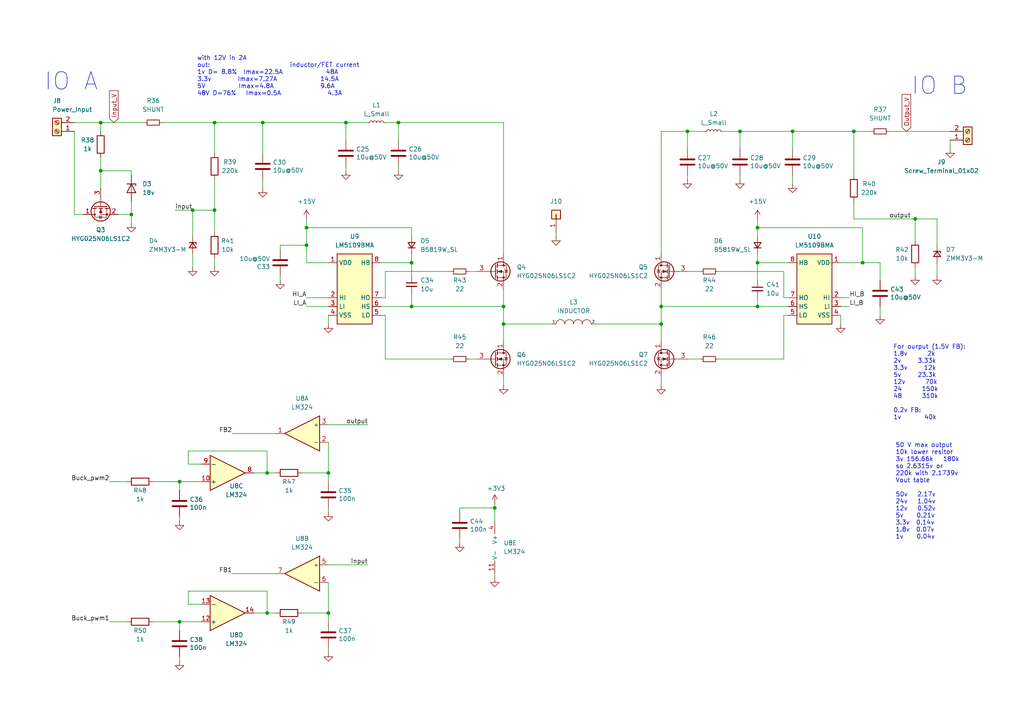
<source format=kicad_sch>
(kicad_sch (version 20211123) (generator eeschema)
  (paper "A4")
  (lib_symbols
    (symbol "Amplifier_Operational:LM324" (pin_names (offset 0.127))
      (property "Reference" "U" (at 0 5.08 0))
      (property "Value" "LM324" (at 0 -5.08 0))
      (symbol "LM324_1_1"
        (polyline (pts (xy -5.08 5.08) (xy 5.08 0) (xy -5.08 -5.08) (xy -5.08 5.08)) (stroke (width 0.254)) (fill (type background)))
        (pin output line (at 7.62 0 180) (length 2.54) (name "~") (number "1"))
        (pin input line (at -7.62 -2.54 0) (length 2.54) (name "-") (number "2"))
        (pin input line (at -7.62 2.54 0) (length 2.54) (name "+") (number "3"))
      )
      (symbol "LM324_2_1"
        (polyline (pts (xy -5.08 5.08) (xy 5.08 0) (xy -5.08 -5.08) (xy -5.08 5.08)) (stroke (width 0.254)) (fill (type background)))
        (pin input line (at -7.62 2.54 0) (length 2.54) (name "+") (number "5"))
        (pin input line (at -7.62 -2.54 0) (length 2.54) (name "-") (number "6"))
        (pin output line (at 7.62 0 180) (length 2.54) (name "~") (number "7"))
      )
      (symbol "LM324_3_1"
        (polyline (pts (xy -5.08 5.08) (xy 5.08 0) (xy -5.08 -5.08) (xy -5.08 5.08)) (stroke (width 0.254)) (fill (type background)))
        (pin input line (at -7.62 2.54 0) (length 2.54) (name "+") (number "10"))
        (pin output line (at 7.62 0 180) (length 2.54) (name "~") (number "8"))
        (pin input line (at -7.62 -2.54 0) (length 2.54) (name "-") (number "9"))
      )
      (symbol "LM324_4_1"
        (polyline (pts (xy -5.08 5.08) (xy 5.08 0) (xy -5.08 -5.08) (xy -5.08 5.08)) (stroke (width 0.254)) (fill (type background)))
        (pin input line (at -7.62 2.54 0) (length 2.54) (name "+") (number "12"))
        (pin input line (at -7.62 -2.54 0) (length 2.54) (name "-") (number "13"))
        (pin output line (at 7.62 0 180) (length 2.54) (name "~") (number "14"))
      )
      (symbol "LM324_5_1"
        (pin power_in line (at -2.54 -7.62 90) (length 3.81) (name "V-") (number "11"))
        (pin power_in line (at -2.54 7.62 270) (length 3.81) (name "V+") (number "4"))
      )
    )
    (symbol "Connector:Screw_Terminal_01x02" (pin_names (offset 1.016) hide)
      (property "Reference" "J" (at 0 2.54 0))
      (property "Value" "Screw_Terminal_01x02" (at 0 -5.08 0))
      (symbol "Screw_Terminal_01x02_1_1"
        (rectangle (start -1.27 1.27) (end 1.27 -3.81) (stroke (width 0.254)) (fill (type background)))
        (circle (center 0 -2.54) (radius 0.635) (stroke (width 0.1524)))
        (polyline (pts (xy -0.5334 -2.2098) (xy 0.3302 -3.048)) (stroke (width 0.1524)))
        (polyline (pts (xy -0.5334 0.3302) (xy 0.3302 -0.508)) (stroke (width 0.1524)))
        (polyline (pts (xy -0.3556 -2.032) (xy 0.508 -2.8702)) (stroke (width 0.1524)))
        (polyline (pts (xy -0.3556 0.508) (xy 0.508 -0.3302)) (stroke (width 0.1524)))
        (circle (center 0 0) (radius 0.635) (stroke (width 0.1524)))
        (pin passive line (at -5.08 0 0) (length 3.81) (name "Pin_1") (number "1"))
        (pin passive line (at -5.08 -2.54 0) (length 3.81) (name "Pin_2") (number "2"))
      )
    )
    (symbol "Connector_Generic:Conn_01x01" (pin_names (offset 1.016) hide)
      (property "Reference" "J" (at 0 2.54 0))
      (property "Value" "Conn_01x01" (at 0 -2.54 0))
      (symbol "Conn_01x01_1_1"
        (rectangle (start -1.27 0.127) (end 0 -0.127) (stroke (width 0.1524)))
        (rectangle (start -1.27 1.27) (end 1.27 -1.27) (stroke (width 0.254)) (fill (type background)))
        (pin passive line (at -5.08 0 0) (length 3.81) (name "Pin_1") (number "1"))
      )
    )
    (symbol "Device:C" (pin_numbers hide) (pin_names (offset 0.254))
      (property "Reference" "C" (at 0.635 2.54 0))
      (property "Value" "C" (at 0.635 -2.54 0))
      (symbol "C_0_1"
        (polyline (pts (xy -2.032 -0.762) (xy 2.032 -0.762)) (stroke (width 0.508)))
        (polyline (pts (xy -2.032 0.762) (xy 2.032 0.762)) (stroke (width 0.508)))
      )
      (symbol "C_1_1"
        (pin passive line (at 0 3.81 270) (length 2.794) (name "~") (number "1"))
        (pin passive line (at 0 -3.81 90) (length 2.794) (name "~") (number "2"))
      )
    )
    (symbol "Device:C_Small" (pin_numbers hide) (pin_names (offset 0.254) hide)
      (property "Reference" "C" (at 0.254 1.778 0))
      (property "Value" "C_Small" (at 0.254 -2.032 0))
      (symbol "C_Small_0_1"
        (polyline (pts (xy -1.524 -0.508) (xy 1.524 -0.508)) (stroke (width 0.3302)))
        (polyline (pts (xy -1.524 0.508) (xy 1.524 0.508)) (stroke (width 0.3048)))
      )
      (symbol "C_Small_1_1"
        (pin passive line (at 0 2.54 270) (length 2.032) (name "~") (number "1"))
        (pin passive line (at 0 -2.54 90) (length 2.032) (name "~") (number "2"))
      )
    )
    (symbol "Device:D_Small" (pin_numbers hide) (pin_names (offset 0.254) hide)
      (property "Reference" "D" (at -1.27 2.032 0))
      (property "Value" "D_Small" (at -3.81 -2.032 0))
      (symbol "D_Small_0_1"
        (polyline (pts (xy -0.762 -1.016) (xy -0.762 1.016)) (stroke (width 0.254)))
        (polyline (pts (xy -0.762 0) (xy 0.762 0)))
        (polyline (pts (xy 0.762 -1.016) (xy -0.762 0) (xy 0.762 1.016) (xy 0.762 -1.016)) (stroke (width 0.254)))
      )
      (symbol "D_Small_1_1"
        (pin passive line (at -2.54 0 0) (length 1.778) (name "K") (number "1"))
        (pin passive line (at 2.54 0 180) (length 1.778) (name "A") (number "2"))
      )
    )
    (symbol "Device:D_Zener" (pin_numbers hide) (pin_names (offset 1.016) hide)
      (property "Reference" "D" (at 0 2.54 0))
      (property "Value" "D_Zener" (at 0 -2.54 0))
      (symbol "D_Zener_0_1"
        (polyline (pts (xy 1.27 0) (xy -1.27 0)))
        (polyline (pts (xy -1.27 -1.27) (xy -1.27 1.27) (xy -0.762 1.27)) (stroke (width 0.254)))
        (polyline (pts (xy 1.27 -1.27) (xy 1.27 1.27) (xy -1.27 0) (xy 1.27 -1.27)) (stroke (width 0.254)))
      )
      (symbol "D_Zener_1_1"
        (pin passive line (at -3.81 0 0) (length 2.54) (name "K") (number "1"))
        (pin passive line (at 3.81 0 180) (length 2.54) (name "A") (number "2"))
      )
    )
    (symbol "Device:D_Zener_Small" (pin_numbers hide) (pin_names (offset 0.254) hide)
      (property "Reference" "D" (at 0 2.286 0))
      (property "Value" "D_Zener_Small" (at 0 -2.286 0))
      (symbol "D_Zener_Small_0_1"
        (polyline (pts (xy 0.762 0) (xy -0.762 0)))
        (polyline (pts (xy -0.254 1.016) (xy -0.762 1.016) (xy -0.762 -1.016)) (stroke (width 0.254)))
        (polyline (pts (xy 0.762 1.016) (xy -0.762 0) (xy 0.762 -1.016) (xy 0.762 1.016)) (stroke (width 0.254)))
      )
      (symbol "D_Zener_Small_1_1"
        (pin passive line (at -2.54 0 0) (length 1.778) (name "K") (number "1"))
        (pin passive line (at 2.54 0 180) (length 1.778) (name "A") (number "2"))
      )
    )
    (symbol "Device:L_Small" (pin_numbers hide) (pin_names (offset 0.254) hide)
      (property "Reference" "L" (at 0.762 1.016 0))
      (property "Value" "L_Small" (at 0.762 -1.016 0))
      (symbol "L_Small_0_1"
        (arc (start 0 -2.032) (mid 0.508 -1.524) (end 0 -1.016))
        (arc (start 0 -1.016) (mid 0.508 -0.508) (end 0 0))
        (arc (start 0 0) (mid 0.508 0.508) (end 0 1.016))
        (arc (start 0 1.016) (mid 0.508 1.524) (end 0 2.032))
      )
      (symbol "L_Small_1_1"
        (pin passive line (at 0 2.54 270) (length 0.508) (name "~") (number "1"))
        (pin passive line (at 0 -2.54 90) (length 0.508) (name "~") (number "2"))
      )
    )
    (symbol "Device:Q_NMOS_DSG" (pin_names (offset 0) hide)
      (property "Reference" "Q" (at 5.08 1.27 0))
      (property "Value" "Q_NMOS_DSG" (at 5.08 -1.27 0))
      (symbol "Q_NMOS_DSG_0_1"
        (polyline (pts (xy 0.254 0) (xy -2.54 0)))
        (polyline (pts (xy 0.254 1.905) (xy 0.254 -1.905)) (stroke (width 0.254)))
        (polyline (pts (xy 0.762 -1.27) (xy 0.762 -2.286)) (stroke (width 0.254)))
        (polyline (pts (xy 0.762 0.508) (xy 0.762 -0.508)) (stroke (width 0.254)))
        (polyline (pts (xy 0.762 2.286) (xy 0.762 1.27)) (stroke (width 0.254)))
        (polyline (pts (xy 2.54 2.54) (xy 2.54 1.778)))
        (polyline (pts (xy 2.54 -2.54) (xy 2.54 0) (xy 0.762 0)))
        (polyline (pts (xy 0.762 -1.778) (xy 3.302 -1.778) (xy 3.302 1.778) (xy 0.762 1.778)))
        (polyline (pts (xy 1.016 0) (xy 2.032 0.381) (xy 2.032 -0.381) (xy 1.016 0)) (fill (type outline)))
        (polyline (pts (xy 2.794 0.508) (xy 2.921 0.381) (xy 3.683 0.381) (xy 3.81 0.254)))
        (polyline (pts (xy 3.302 0.381) (xy 2.921 -0.254) (xy 3.683 -0.254) (xy 3.302 0.381)))
        (circle (center 1.651 0) (radius 2.794) (stroke (width 0.254)))
        (circle (center 2.54 -1.778) (radius 0.254) (fill (type outline)))
        (circle (center 2.54 1.778) (radius 0.254) (fill (type outline)))
      )
      (symbol "Q_NMOS_DSG_1_1"
        (pin passive line (at 2.54 5.08 270) (length 2.54) (name "D") (number "1"))
        (pin passive line (at 2.54 -5.08 90) (length 2.54) (name "S") (number "2"))
        (pin input line (at -5.08 0 0) (length 2.54) (name "G") (number "3"))
      )
    )
    (symbol "Device:R" (pin_numbers hide) (pin_names (offset 0))
      (property "Reference" "R" (at 2.032 0 90))
      (property "Value" "R" (at 0 0 90))
      (symbol "R_0_1"
        (rectangle (start -1.016 -2.54) (end 1.016 2.54) (stroke (width 0.254)))
      )
      (symbol "R_1_1"
        (pin passive line (at 0 3.81 270) (length 1.27) (name "~") (number "1"))
        (pin passive line (at 0 -3.81 90) (length 1.27) (name "~") (number "2"))
      )
    )
    (symbol "Device:R_Small" (pin_numbers hide) (pin_names (offset 0.254) hide)
      (property "Reference" "R" (at 0.762 0.508 0))
      (property "Value" "R_Small" (at 0.762 -1.016 0))
      (symbol "R_Small_0_1"
        (rectangle (start -0.762 1.778) (end 0.762 -1.778) (stroke (width 0.2032)))
      )
      (symbol "R_Small_1_1"
        (pin passive line (at 0 2.54 270) (length 0.762) (name "~") (number "1"))
        (pin passive line (at 0 -2.54 90) (length 0.762) (name "~") (number "2"))
      )
    )
    (symbol "Driver_FET:LM5109BMA"
      (property "Reference" "U" (at 0 13.97 0))
      (property "Value" "LM5109BMA" (at 0 11.43 0))
      (symbol "LM5109BMA_0_1"
        (rectangle (start -5.08 -10.16) (end 5.08 10.16) (stroke (width 0.254)) (fill (type background)))
      )
      (symbol "LM5109BMA_1_1"
        (pin power_in line (at -7.62 7.62 0) (length 2.54) (name "VDD") (number "1"))
        (pin input line (at -7.62 -2.54 0) (length 2.54) (name "HI") (number "2"))
        (pin input line (at -7.62 -5.08 0) (length 2.54) (name "LI") (number "3"))
        (pin power_in line (at -7.62 -7.62 0) (length 2.54) (name "VSS") (number "4"))
        (pin output line (at 7.62 -7.62 180) (length 2.54) (name "LO") (number "5"))
        (pin passive line (at 7.62 -5.08 180) (length 2.54) (name "HS") (number "6"))
        (pin output line (at 7.62 -2.54 180) (length 2.54) (name "HO") (number "7"))
        (pin passive line (at 7.62 7.62 180) (length 2.54) (name "HB") (number "8"))
      )
    )
    (symbol "power:+15V" (power) (pin_names (offset 0))
      (property "Value" "+15V" (at 0 3.556 0))
      (symbol "+15V_0_1"
        (polyline (pts (xy -0.762 1.27) (xy 0 2.54)))
        (polyline (pts (xy 0 0) (xy 0 2.54)))
        (polyline (pts (xy 0 2.54) (xy 0.762 1.27)))
      )
      (symbol "+15V_1_1"
        (pin power_in line (at 0 0 90) (length 0) hide (name "+15V") (number "1"))
      )
    )
    (symbol "power:+3V3" (power) (pin_names (offset 0))
      (property "Value" "+3V3" (at 0 3.556 0))
      (symbol "+3V3_0_1"
        (polyline (pts (xy -0.762 1.27) (xy 0 2.54)))
        (polyline (pts (xy 0 0) (xy 0 2.54)))
        (polyline (pts (xy 0 2.54) (xy 0.762 1.27)))
      )
      (symbol "+3V3_1_1"
        (pin power_in line (at 0 0 90) (length 0) hide (name "+3V3") (number "1"))
      )
    )
    (symbol "power:GND" (power) (pin_names (offset 0))
      (property "Value" "GND" (at 0 -3.81 0))
      (symbol "GND_0_1"
        (polyline (pts (xy 0 0) (xy 0 -1.27) (xy 1.27 -1.27) (xy 0 -2.54) (xy -1.27 -1.27) (xy 0 -1.27)))
      )
      (symbol "GND_1_1"
        (pin power_in line (at 0 0 270) (length 0) hide (name "GND") (number "1"))
      )
    )
    (symbol "pspice:INDUCTOR" (pin_numbers hide) (pin_names (offset 0))
      (property "Reference" "L" (at 0 2.54 0))
      (property "Value" "INDUCTOR" (at 0 -1.27 0))
      (symbol "INDUCTOR_0_1"
        (arc (start -2.54 0) (mid -3.81 1.27) (end -5.08 0))
        (arc (start 0 0) (mid -1.27 1.27) (end -2.54 0))
        (arc (start 2.54 0) (mid 1.27 1.27) (end 0 0))
        (arc (start 5.08 0) (mid 3.81 1.27) (end 2.54 0))
      )
      (symbol "INDUCTOR_1_1"
        (pin input line (at -6.35 0 0) (length 1.27) (name "1") (number "1"))
        (pin input line (at 6.35 0 180) (length 1.27) (name "2") (number "2"))
      )
    )
  )
  (junction (at 29.21 35.56))
  (junction (at 247.65 38.1))
  (junction (at 77.47 177.8))
  (junction (at 191.77 88.9))
  (junction (at 115.57 35.56))
  (junction (at 199.39 38.1))
  (junction (at 146.05 93.98))
  (junction (at 219.71 66.04))
  (junction (at 62.23 35.56))
  (junction (at 143.51 147.32))
  (junction (at 100.33 35.56))
  (junction (at 265.43 63.5))
  (junction (at 146.05 88.9))
  (junction (at 219.71 76.2))
  (junction (at 52.07 139.7))
  (junction (at 214.63 38.1))
  (junction (at 119.38 88.9))
  (junction (at 229.87 38.1))
  (junction (at 62.23 60.96))
  (junction (at 95.25 137.16))
  (junction (at 219.71 88.9))
  (junction (at 77.47 137.16))
  (junction (at 95.25 177.8))
  (junction (at 76.2 35.56))
  (junction (at 88.9 71.12))
  (junction (at 52.07 180.34))
  (junction (at 119.38 76.2))
  (junction (at 191.77 93.98))
  (junction (at 29.21 49.53))
  (junction (at 55.88 60.96))
  (junction (at 88.9 66.04))
  (junction (at 38.1 62.23))
  (junction (at 250.19 76.2))
  (wire (pts (xy 95.25 139.7) (xy 95.25 137.16)))
  (wire (pts (xy 146.05 35.56) (xy 146.05 73.66)))
  (wire (pts (xy 81.28 71.12) (xy 88.9 71.12)))
  (wire (pts (xy 29.21 35.56) (xy 29.21 38.1)))
  (wire (pts (xy 52.07 190.5) (xy 52.07 191.77)))
  (wire (pts (xy 219.71 88.9) (xy 219.71 86.36)))
  (wire (pts (xy 191.77 88.9) (xy 191.77 83.82)))
  (wire (pts (xy 88.9 63.5) (xy 88.9 66.04)))
  (wire (pts (xy 247.65 58.42) (xy 247.65 63.5)))
  (wire (pts (xy 54.61 134.62) (xy 58.42 134.62)))
  (wire (pts (xy 76.2 35.56) (xy 100.33 35.56)))
  (wire (pts (xy 62.23 60.96) (xy 55.88 60.96)))
  (wire (pts (xy 76.2 44.45) (xy 76.2 35.56)))
  (wire (pts (xy 255.27 81.28) (xy 255.27 76.2)))
  (wire (pts (xy 146.05 93.98) (xy 146.05 99.06)))
  (wire (pts (xy 209.55 38.1) (xy 214.63 38.1)))
  (wire (pts (xy 29.21 35.56) (xy 41.91 35.56)))
  (wire (pts (xy 77.47 171.45) (xy 54.61 171.45)))
  (wire (pts (xy 111.76 104.14) (xy 130.81 104.14)))
  (wire (pts (xy 95.25 180.34) (xy 95.25 177.8)))
  (wire (pts (xy 219.71 73.66) (xy 219.71 76.2)))
  (wire (pts (xy 255.27 91.44) (xy 255.27 88.9)))
  (wire (pts (xy 133.35 148.59) (xy 133.35 147.32)))
  (wire (pts (xy 21.59 62.23) (xy 21.59 38.1)))
  (wire (pts (xy 228.6 91.44) (xy 227.33 91.44)))
  (wire (pts (xy 115.57 35.56) (xy 115.57 40.64)))
  (wire (pts (xy 247.65 38.1) (xy 252.73 38.1)))
  (wire (pts (xy 110.49 86.36) (xy 111.76 86.36)))
  (wire (pts (xy 58.42 139.7) (xy 52.07 139.7)))
  (wire (pts (xy 146.05 88.9) (xy 146.05 83.82)))
  (wire (pts (xy 247.65 63.5) (xy 265.43 63.5)))
  (wire (pts (xy 95.25 147.32) (xy 95.25 148.59)))
  (wire (pts (xy 52.07 142.24) (xy 52.07 139.7)))
  (wire (pts (xy 76.2 52.07) (xy 76.2 54.61)))
  (wire (pts (xy 227.33 91.44) (xy 227.33 104.14)))
  (wire (pts (xy 135.89 104.14) (xy 138.43 104.14)))
  (wire (pts (xy 111.76 91.44) (xy 111.76 104.14)))
  (wire (pts (xy 100.33 35.56) (xy 100.33 40.64)))
  (wire (pts (xy 219.71 63.5) (xy 219.71 66.04)))
  (wire (pts (xy 143.51 146.05) (xy 143.51 147.32)))
  (wire (pts (xy 115.57 35.56) (xy 146.05 35.56)))
  (wire (pts (xy 119.38 88.9) (xy 146.05 88.9)))
  (wire (pts (xy 81.28 80.01) (xy 81.28 81.28)))
  (wire (pts (xy 199.39 38.1) (xy 199.39 43.18)))
  (wire (pts (xy 77.47 137.16) (xy 80.01 137.16)))
  (wire (pts (xy 219.71 81.28) (xy 219.71 76.2)))
  (wire (pts (xy 111.76 78.74) (xy 130.81 78.74)))
  (wire (pts (xy 62.23 77.47) (xy 62.23 74.93)))
  (wire (pts (xy 80.01 125.73) (xy 67.31 125.73)))
  (wire (pts (xy 58.42 180.34) (xy 52.07 180.34)))
  (wire (pts (xy 119.38 80.01) (xy 119.38 76.2)))
  (wire (pts (xy 106.68 35.56) (xy 100.33 35.56)))
  (wire (pts (xy 247.65 38.1) (xy 247.65 50.8)))
  (wire (pts (xy 228.6 76.2) (xy 219.71 76.2)))
  (wire (pts (xy 110.49 91.44) (xy 111.76 91.44)))
  (wire (pts (xy 250.19 76.2) (xy 243.84 76.2)))
  (wire (pts (xy 203.2 78.74) (xy 199.39 78.74)))
  (wire (pts (xy 172.72 93.98) (xy 191.77 93.98)))
  (wire (pts (xy 115.57 48.26) (xy 115.57 49.53)))
  (wire (pts (xy 77.47 137.16) (xy 73.66 137.16)))
  (wire (pts (xy 77.47 177.8) (xy 77.47 171.45)))
  (wire (pts (xy 265.43 80.01) (xy 265.43 77.47)))
  (wire (pts (xy 54.61 130.81) (xy 54.61 134.62)))
  (wire (pts (xy 38.1 62.23) (xy 34.29 62.23)))
  (wire (pts (xy 88.9 66.04) (xy 88.9 71.12)))
  (wire (pts (xy 95.25 91.44) (xy 95.25 93.98)))
  (wire (pts (xy 133.35 147.32) (xy 143.51 147.32)))
  (wire (pts (xy 191.77 93.98) (xy 191.77 99.06)))
  (wire (pts (xy 62.23 35.56) (xy 62.23 44.45)))
  (wire (pts (xy 191.77 38.1) (xy 191.77 73.66)))
  (wire (pts (xy 275.59 38.1) (xy 257.81 38.1)))
  (wire (pts (xy 191.77 109.22) (xy 191.77 111.76)))
  (wire (pts (xy 271.78 76.2) (xy 271.78 80.01)))
  (wire (pts (xy 88.9 66.04) (xy 119.38 66.04)))
  (wire (pts (xy 265.43 63.5) (xy 271.78 63.5)))
  (wire (pts (xy 199.39 38.1) (xy 204.47 38.1)))
  (wire (pts (xy 88.9 76.2) (xy 95.25 76.2)))
  (wire (pts (xy 88.9 71.12) (xy 88.9 76.2)))
  (wire (pts (xy 77.47 177.8) (xy 73.66 177.8)))
  (wire (pts (xy 29.21 49.53) (xy 29.21 54.61)))
  (wire (pts (xy 62.23 35.56) (xy 76.2 35.56)))
  (wire (pts (xy 36.83 139.7) (xy 31.75 139.7)))
  (wire (pts (xy 250.19 66.04) (xy 250.19 76.2)))
  (wire (pts (xy 214.63 38.1) (xy 229.87 38.1)))
  (wire (pts (xy 146.05 88.9) (xy 146.05 93.98)))
  (wire (pts (xy 95.25 177.8) (xy 95.25 168.91)))
  (wire (pts (xy 246.38 86.36) (xy 243.84 86.36)))
  (wire (pts (xy 38.1 62.23) (xy 38.1 64.77)))
  (wire (pts (xy 100.33 48.26) (xy 100.33 49.53)))
  (wire (pts (xy 246.38 88.9) (xy 243.84 88.9)))
  (wire (pts (xy 46.99 35.56) (xy 62.23 35.56)))
  (wire (pts (xy 229.87 38.1) (xy 247.65 38.1)))
  (wire (pts (xy 21.59 35.56) (xy 29.21 35.56)))
  (wire (pts (xy 88.9 86.36) (xy 95.25 86.36)))
  (wire (pts (xy 228.6 86.36) (xy 227.33 86.36)))
  (wire (pts (xy 161.29 67.31) (xy 161.29 68.58)))
  (wire (pts (xy 36.83 180.34) (xy 31.75 180.34)))
  (wire (pts (xy 88.9 88.9) (xy 95.25 88.9)))
  (wire (pts (xy 77.47 137.16) (xy 77.47 130.81)))
  (wire (pts (xy 219.71 66.04) (xy 219.71 68.58)))
  (wire (pts (xy 119.38 88.9) (xy 119.38 85.09)))
  (wire (pts (xy 62.23 60.96) (xy 62.23 67.31)))
  (wire (pts (xy 227.33 78.74) (xy 208.28 78.74)))
  (wire (pts (xy 54.61 175.26) (xy 58.42 175.26)))
  (wire (pts (xy 87.63 137.16) (xy 95.25 137.16)))
  (wire (pts (xy 203.2 104.14) (xy 199.39 104.14)))
  (wire (pts (xy 271.78 63.5) (xy 271.78 71.12)))
  (wire (pts (xy 77.47 130.81) (xy 54.61 130.81)))
  (wire (pts (xy 133.35 156.21) (xy 133.35 157.48)))
  (wire (pts (xy 115.57 35.56) (xy 111.76 35.56)))
  (wire (pts (xy 250.19 66.04) (xy 219.71 66.04)))
  (wire (pts (xy 95.25 123.19) (xy 106.68 123.19)))
  (wire (pts (xy 55.88 73.66) (xy 55.88 77.47)))
  (wire (pts (xy 77.47 177.8) (xy 80.01 177.8)))
  (wire (pts (xy 29.21 45.72) (xy 29.21 49.53)))
  (wire (pts (xy 191.77 38.1) (xy 199.39 38.1)))
  (wire (pts (xy 111.76 86.36) (xy 111.76 78.74)))
  (wire (pts (xy 191.77 88.9) (xy 191.77 93.98)))
  (wire (pts (xy 143.51 147.32) (xy 143.51 151.13)))
  (wire (pts (xy 52.07 180.34) (xy 44.45 180.34)))
  (wire (pts (xy 110.49 88.9) (xy 119.38 88.9)))
  (wire (pts (xy 119.38 66.04) (xy 119.38 68.58)))
  (wire (pts (xy 38.1 49.53) (xy 29.21 49.53)))
  (wire (pts (xy 95.25 163.83) (xy 106.68 163.83)))
  (wire (pts (xy 38.1 50.8) (xy 38.1 49.53)))
  (wire (pts (xy 229.87 50.8) (xy 229.87 53.34)))
  (wire (pts (xy 214.63 50.8) (xy 214.63 52.07)))
  (wire (pts (xy 243.84 91.44) (xy 243.84 93.98)))
  (wire (pts (xy 227.33 86.36) (xy 227.33 78.74)))
  (wire (pts (xy 54.61 171.45) (xy 54.61 175.26)))
  (wire (pts (xy 227.33 104.14) (xy 208.28 104.14)))
  (wire (pts (xy 199.39 50.8) (xy 199.39 52.07)))
  (wire (pts (xy 80.01 166.37) (xy 67.31 166.37)))
  (wire (pts (xy 135.89 78.74) (xy 138.43 78.74)))
  (wire (pts (xy 146.05 109.22) (xy 146.05 111.76)))
  (wire (pts (xy 52.07 149.86) (xy 52.07 151.13)))
  (wire (pts (xy 38.1 62.23) (xy 38.1 58.42)))
  (wire (pts (xy 265.43 63.5) (xy 265.43 69.85)))
  (wire (pts (xy 228.6 88.9) (xy 219.71 88.9)))
  (wire (pts (xy 146.05 93.98) (xy 160.02 93.98)))
  (wire (pts (xy 55.88 60.96) (xy 55.88 68.58)))
  (wire (pts (xy 24.13 62.23) (xy 21.59 62.23)))
  (wire (pts (xy 119.38 73.66) (xy 119.38 76.2)))
  (wire (pts (xy 250.19 76.2) (xy 255.27 76.2)))
  (wire (pts (xy 62.23 52.07) (xy 62.23 60.96)))
  (wire (pts (xy 110.49 76.2) (xy 119.38 76.2)))
  (wire (pts (xy 87.63 177.8) (xy 95.25 177.8)))
  (wire (pts (xy 95.25 137.16) (xy 95.25 128.27)))
  (wire (pts (xy 219.71 88.9) (xy 191.77 88.9)))
  (wire (pts (xy 214.63 38.1) (xy 214.63 43.18)))
  (wire (pts (xy 143.51 166.37) (xy 143.51 167.64)))
  (wire (pts (xy 52.07 139.7) (xy 44.45 139.7)))
  (wire (pts (xy 55.88 60.96) (xy 50.8 60.96)))
  (wire (pts (xy 229.87 43.18) (xy 229.87 38.1)))
  (wire (pts (xy 81.28 72.39) (xy 81.28 71.12)))
  (wire (pts (xy 95.25 187.96) (xy 95.25 189.23)))
  (wire (pts (xy 275.59 40.64) (xy 275.59 43.18)))
  (wire (pts (xy 52.07 182.88) (xy 52.07 180.34)))
  (text "IO A" (at 12.7 26.67 0) (effects (font (size 5 5)) (justify left bottom)))
  (text "with 12V in 2A\nout:                        inductor/FET current\n1v D= 8.8%  Imax=22.5A             48A\n3.3v        Imax=7.27A             14.5A\n5V          Imax=4.8A              9.6A                                              \n48V D=76%   Imax=0.5A              4.3A   \n" (at 57.15 27.94 0) (effects (font (size 1.27 1.27)) (justify left bottom)))
  (text "IO B\n" (at 264.16 27.94 0) (effects (font (size 5 5)) (justify left bottom)))
  (text "For ourput (1.5V FB):\n1.8v      2k\n2v     3.33k\n3.3v     12k\n5v     23.3k\n12v      70k\n24      150k\n48      310k\n\n0.2v FB:\n1v       40k" (at 259.08 121.92 0) (effects (font (size 1.27 1.27)) (justify left bottom)))
  (text "50 V max output\n10k lower resitor \n3v 156.66k   180k \nso 2.6315v or \n220k with 2.1739v\nVout table\n\n50v   2.17v\n24v   1.04v\n12v   0.52v\n5v    0.21v\n3.3v  0.14v\n1.8v  0.07v\n1v    0.04v\n\n\n" (at 259.715 160.655 0) (effects (font (size 1.27 1.27)) (justify left bottom)))
  (label "FB1" (at 67.31 166.37 180))
  (label "Buck_pwm2" (at 31.75 139.7 180))
  (label "output" (at 106.68 123.19 180))
  (label "HI_A" (at 88.9 86.36 180))
  (label "HI_B" (at 246.38 86.36 0))
  (label "FB2" (at 67.31 125.73 180))
  (label "input" (at 106.68 163.83 180))
  (label "output" (at 264.16 63.5 180))
  (label "Buck_pwm1" (at 31.75 180.34 180))
  (label "LI_A" (at 88.9 88.9 180))
  (label "LI_B" (at 246.38 88.9 0))
  (label "input" (at 50.8 60.96 0))
  (global_label "Output_V" (shape input) (at 262.89 38.1 90) (property "Intersheet References" "${INTERSHEET_REFS}" (effects hide)))
  (global_label "Input_V" (shape input) (at 33.02 35.56 90) (property "Intersheet References" "${INTERSHEET_REFS}" (effects hide)))
  (symbol (lib_id "Device:Q_NMOS_DSG") (at 194.31 78.74 0) (mirror y) (unit 1)
    (property "Reference" "Q5" (at 187.96 77.4699 0) (effects (justify left)))
    (property "Value" "HYG025N06LS1C2" (at 187.96 80.0099 0) (effects (justify left)))
    (property "Footprint" "Z_mycustom_footprint_lib:DFN-8_(5x6)" (effects hide))
    (property "Datasheet" "https://datasheet.lcsc.com/lcsc/2105242011_HUAYI-HYG025N06LS1C2_C2827231.pdf" (effects hide))
    (property "LCSC" "C2827231" (effects hide))
  )
  (symbol (lib_id "power:GND") (at 95.25 148.59 0) (mirror y) (unit 1)
    (property "Reference" "#PWR090" (effects hide))
    (property "Value" "GND" (effects hide))
  )
  (symbol (lib_id "Device:C") (at 229.87 46.99 0) (unit 1)
    (property "Reference" "C29" (at 232.791 45.8216 0) (effects (justify left)))
    (property "Value" "10u@50V" (at 232.791 48.133 0) (effects (justify left)))
    (property "Footprint" "Capacitor_SMD:C_0805_2012Metric" (effects hide))
    (property "LCSC" "C440198" (effects hide))
  )
  (symbol (lib_id "power:GND") (at 100.33 49.53 0) (unit 1)
    (property "Reference" "#PWR070" (effects hide))
    (property "Value" "GND" (effects hide))
  )
  (symbol (lib_id "Device:C_Small") (at 119.38 82.55 0) (unit 1)
    (property "Reference" "C34" (at 121.92 81.2862 0) (effects (justify left)))
    (property "Value" "10u" (at 121.92 83.8262 0) (effects (justify left)))
    (property "Footprint" "Capacitor_SMD:C_0603_1608Metric" (effects hide))
    (property "LCSC" "C96446" (effects hide))
  )
  (symbol (lib_id "Amplifier_Operational:LM324") (at 66.04 177.8 0) (mirror x) (unit 4)
    (property "Reference" "U8" (at 68.58 184.15 0))
    (property "Value" "LM324" (at 68.58 186.69 0))
    (property "Footprint" "Package_SO:SOIC-14_3.9x8.7mm_P1.27mm" (effects hide))
    (property "Datasheet" "http://www.ti.com/lit/ds/symlink/lm2902-n.pdf" (effects hide))
  )
  (symbol (lib_id "Amplifier_Operational:LM324") (at 146.05 158.75 0) (unit 5)
    (property "Reference" "U8" (at 146.05 157.4799 0) (effects (justify left)))
    (property "Value" "LM324" (at 146.05 160.0199 0) (effects (justify left)))
    (property "Footprint" "Package_SO:SOIC-14_3.9x8.7mm_P1.27mm" (effects hide))
    (property "Datasheet" "http://www.ti.com/lit/ds/symlink/lm2902-n.pdf" (effects hide))
  )
  (symbol (lib_id "Device:C") (at 100.33 44.45 0) (unit 1)
    (property "Reference" "C25" (at 103.251 43.2816 0) (effects (justify left)))
    (property "Value" "10u@50V" (at 103.251 45.593 0) (effects (justify left)))
    (property "Footprint" "Capacitor_SMD:C_0805_2012Metric" (effects hide))
    (property "LCSC" "C440198" (effects hide))
  )
  (symbol (lib_id "power:GND") (at 265.43 80.01 0) (unit 1)
    (property "Reference" "#PWR083" (effects hide))
    (property "Value" "GND" (effects hide))
  )
  (symbol (lib_id "Device:Q_NMOS_DSG") (at 143.51 104.14 0) (unit 1)
    (property "Reference" "Q6" (at 149.86 102.8699 0) (effects (justify left)))
    (property "Value" "HYG025N06LS1C2" (at 149.86 105.4099 0) (effects (justify left)))
    (property "Footprint" "Z_mycustom_footprint_lib:DFN-8_(5x6)" (effects hide))
    (property "Datasheet" "https://datasheet.lcsc.com/lcsc/2105242011_HUAYI-HYG025N06LS1C2_C2827231.pdf" (effects hide))
    (property "LCSC" "C2827231" (effects hide))
  )
  (symbol (lib_id "power:GND") (at 146.05 111.76 0) (unit 1)
    (property "Reference" "#PWR088" (effects hide))
    (property "Value" "GND" (effects hide))
  )
  (symbol (lib_id "Device:C") (at 81.28 76.2 180) (unit 1)
    (property "Reference" "C33" (at 78.359 77.3684 0) (effects (justify left)))
    (property "Value" "10u@50V" (at 78.359 75.057 0) (effects (justify left)))
    (property "Footprint" "Capacitor_SMD:C_0805_2012Metric" (effects hide))
    (property "LCSC" "C440198" (effects hide))
  )
  (symbol (lib_id "Device:Q_NMOS_DSG") (at 29.21 59.69 90) (mirror x) (unit 1)
    (property "Reference" "Q3" (at 29.21 66.675 90))
    (property "Value" "HYG025N06LS1C2" (at 29.21 69.215 90))
    (property "Footprint" "Z_mycustom_footprint_lib:DFN-8_(5x6)" (effects hide))
    (property "Datasheet" "https://datasheet.lcsc.com/lcsc/2105242011_HUAYI-HYG025N06LS1C2_C2827231.pdf" (effects hide))
    (property "LCSC" "C2827231" (effects hide))
  )
  (symbol (lib_id "Device:D_Zener_Small") (at 271.78 73.66 270) (unit 1)
    (property "Reference" "D7" (at 274.32 72.3899 90) (effects (justify left)))
    (property "Value" "ZMM3V3-M" (at 274.32 74.9299 90) (effects (justify left)))
    (property "Footprint" "Diode_SMD:D_MiniMELF" (effects hide))
    (property "LCSC" "C8056" (effects hide))
  )
  (symbol (lib_id "Device:R") (at 247.65 54.61 0) (mirror x) (unit 1)
    (property "Reference" "R40" (at 252.095 53.34 0))
    (property "Value" "220k" (at 252.095 55.88 0))
    (property "Footprint" "Resistor_SMD:R_0603_1608Metric" (effects hide))
    (property "LCSC" "C22961" (effects hide))
  )
  (symbol (lib_id "Device:R_Small") (at 133.35 78.74 90) (unit 1)
    (property "Reference" "R43" (at 133.35 81.28 90))
    (property "Value" "22" (at 133.35 83.82 90))
    (property "Footprint" "Resistor_SMD:R_0603_1608Metric" (effects hide))
    (property "LCSC" "C23345" (effects hide))
  )
  (symbol (lib_id "power:GND") (at 95.25 93.98 0) (unit 1)
    (property "Reference" "#PWR086" (effects hide))
    (property "Value" "GND" (effects hide))
  )
  (symbol (lib_id "Device:R") (at 40.64 139.7 270) (mirror x) (unit 1)
    (property "Reference" "R48" (at 40.64 142.24 90))
    (property "Value" "1k" (at 40.64 144.78 90))
    (property "Footprint" "Resistor_SMD:R_0603_1608Metric" (effects hide))
    (property "LCSC" "C21190" (effects hide))
  )
  (symbol (lib_id "Device:C") (at 95.25 184.15 0) (unit 1)
    (property "Reference" "C37" (at 98.171 182.9816 0) (effects (justify left)))
    (property "Value" "100n" (at 98.171 185.293 0) (effects (justify left)))
    (property "Footprint" "Capacitor_SMD:C_0603_1608Metric" (effects hide))
    (property "Datasheet" "https://jlcpcb.com/partdetail/Yageo-CC0603KRX7R9BB104/C14663" (effects hide))
    (property "LCSC" "C14663" (effects hide))
  )
  (symbol (lib_id "power:GND") (at 95.25 189.23 0) (mirror y) (unit 1)
    (property "Reference" "#PWR092" (effects hide))
    (property "Value" "GND" (effects hide))
  )
  (symbol (lib_id "power:GND") (at 191.77 111.76 0) (mirror y) (unit 1)
    (property "Reference" "#PWR089" (effects hide))
    (property "Value" "GND" (effects hide))
  )
  (symbol (lib_id "Device:C") (at 115.57 44.45 0) (unit 1)
    (property "Reference" "C26" (at 118.491 43.2816 0) (effects (justify left)))
    (property "Value" "10u@50V" (at 118.491 45.593 0) (effects (justify left)))
    (property "Footprint" "Capacitor_SMD:C_0805_2012Metric" (effects hide))
    (property "LCSC" "C440198" (effects hide))
  )
  (symbol (lib_id "Device:C") (at 199.39 46.99 0) (unit 1)
    (property "Reference" "C27" (at 202.311 45.8216 0) (effects (justify left)))
    (property "Value" "10u@50V" (at 202.311 48.133 0) (effects (justify left)))
    (property "Footprint" "Capacitor_SMD:C_0805_2012Metric" (effects hide))
    (property "LCSC" "C440198" (effects hide))
  )
  (symbol (lib_id "Device:R_Small") (at 205.74 78.74 90) (unit 1)
    (property "Reference" "R44" (at 205.74 81.28 90))
    (property "Value" "22" (at 205.74 83.82 90))
    (property "Footprint" "Resistor_SMD:R_0603_1608Metric" (effects hide))
    (property "LCSC" "C23345" (effects hide))
  )
  (symbol (lib_id "Connector:Screw_Terminal_01x02") (at 280.67 40.64 0) (mirror x) (unit 1)
    (property "Reference" "J9" (at 273.05 46.99 0))
    (property "Value" "Screw_Terminal_01x02" (at 273.05 49.53 0))
    (property "Footprint" "TerminalBlock:TerminalBlock_Altech_AK300-2_P5.00mm" (effects hide))
  )
  (symbol (lib_id "Device:L_Small") (at 207.01 38.1 90) (unit 1)
    (property "Reference" "L2" (at 207.01 33.02 90))
    (property "Value" "L_Small" (at 207.01 35.56 90))
  )
  (symbol (lib_id "Device:R_Small") (at 255.27 38.1 90) (unit 1)
    (property "Reference" "R37" (at 255.27 31.75 90))
    (property "Value" "SHUNT" (at 255.27 34.29 90))
  )
  (symbol (lib_id "power:GND") (at 243.84 93.98 0) (mirror y) (unit 1)
    (property "Reference" "#PWR087" (effects hide))
    (property "Value" "GND" (effects hide))
  )
  (symbol (lib_id "Device:C") (at 255.27 85.09 0) (unit 1)
    (property "Reference" "C43" (at 258.191 83.9216 0) (effects (justify left)))
    (property "Value" "10u@50V" (at 258.191 86.233 0) (effects (justify left)))
    (property "Footprint" "Capacitor_SMD:C_0805_2012Metric" (effects hide))
    (property "LCSC" "C440198" (effects hide))
  )
  (symbol (lib_id "power:GND") (at 52.07 151.13 0) (mirror y) (unit 1)
    (property "Reference" "#PWR091" (effects hide))
    (property "Value" "GND" (effects hide))
  )
  (symbol (lib_id "Amplifier_Operational:LM324") (at 87.63 166.37 0) (mirror y) (unit 2)
    (property "Reference" "U8" (at 87.63 156.21 0))
    (property "Value" "LM324" (at 87.63 158.75 0))
    (property "Footprint" "Package_SO:SOIC-14_3.9x8.7mm_P1.27mm" (effects hide))
    (property "Datasheet" "http://www.ti.com/lit/ds/symlink/lm2902-n.pdf" (effects hide))
  )
  (symbol (lib_id "Device:R") (at 29.21 41.91 0) (mirror x) (unit 1)
    (property "Reference" "R38" (at 25.4 40.64 0))
    (property "Value" "1k" (at 25.4 43.18 0))
    (property "Footprint" "Resistor_SMD:R_0603_1608Metric" (effects hide))
    (property "LCSC" "C21190" (effects hide))
  )
  (symbol (lib_id "power:GND") (at 62.23 77.47 0) (mirror y) (unit 1)
    (property "Reference" "#PWR081" (effects hide))
    (property "Value" "GND" (effects hide))
  )
  (symbol (lib_id "Device:C") (at 76.2 48.26 0) (unit 1)
    (property "Reference" "C30" (at 79.121 47.0916 0) (effects (justify left)))
    (property "Value" "10u@50V" (at 79.121 49.403 0) (effects (justify left)))
    (property "Footprint" "Capacitor_SMD:C_0805_2012Metric" (effects hide))
    (property "LCSC" "C440198" (effects hide))
  )
  (symbol (lib_id "Device:C") (at 52.07 186.69 0) (unit 1)
    (property "Reference" "C38" (at 54.991 185.5216 0) (effects (justify left)))
    (property "Value" "100n" (at 54.991 187.833 0) (effects (justify left)))
    (property "Footprint" "Capacitor_SMD:C_0603_1608Metric" (effects hide))
    (property "Datasheet" "https://jlcpcb.com/partdetail/Yageo-CC0603KRX7R9BB104/C14663" (effects hide))
    (property "LCSC" "C14663" (effects hide))
  )
  (symbol (lib_id "power:GND") (at 229.87 53.34 0) (unit 1)
    (property "Reference" "#PWR074" (effects hide))
    (property "Value" "GND" (effects hide))
  )
  (symbol (lib_id "Connector:Screw_Terminal_01x02") (at 16.51 38.1 180) (unit 1)
    (property "Reference" "J8" (at 16.51 29.21 0))
    (property "Value" "Power_Input" (at 20.955 31.75 0))
    (property "Footprint" "TerminalBlock:TerminalBlock_Altech_AK300-2_P5.00mm" (effects hide))
  )
  (symbol (lib_id "power:GND") (at 271.78 80.01 0) (unit 1)
    (property "Reference" "#PWR084" (effects hide))
    (property "Value" "GND" (effects hide))
  )
  (symbol (lib_id "power:GND") (at 38.1 64.77 0) (unit 1)
    (property "Reference" "#PWR078" (effects hide))
    (property "Value" "GND" (effects hide))
  )
  (symbol (lib_id "power:GND") (at 255.27 91.44 0) (mirror y) (unit 1)
    (property "Reference" "#PWR085" (effects hide))
    (property "Value" "GND" (effects hide))
  )
  (symbol (lib_id "power:GND") (at 161.29 68.58 0) (unit 1)
    (property "Reference" "#PWR079" (effects hide))
    (property "Value" "GND" (effects hide))
  )
  (symbol (lib_id "Amplifier_Operational:LM324") (at 87.63 125.73 0) (mirror y) (unit 1)
    (property "Reference" "U8" (at 87.63 115.57 0))
    (property "Value" "LM324" (at 87.63 118.11 0))
    (property "Footprint" "Package_SO:SOIC-14_3.9x8.7mm_P1.27mm" (effects hide))
    (property "Datasheet" "http://www.ti.com/lit/ds/symlink/lm2902-n.pdf" (effects hide))
  )
  (symbol (lib_id "power:GND") (at 115.57 49.53 0) (unit 1)
    (property "Reference" "#PWR071" (effects hide))
    (property "Value" "GND" (effects hide))
  )
  (symbol (lib_id "power:+15V") (at 219.71 63.5 0) (mirror y) (unit 1)
    (property "Reference" "#PWR077" (effects hide))
    (property "Value" "+15V" (at 219.71 58.42 0))
  )
  (symbol (lib_id "Device:R_Small") (at 133.35 104.14 90) (unit 1)
    (property "Reference" "R45" (at 133.35 97.79 90))
    (property "Value" "22" (at 133.35 100.33 90))
    (property "Footprint" "Resistor_SMD:R_0603_1608Metric" (effects hide))
    (property "LCSC" "C23345" (effects hide))
  )
  (symbol (lib_id "Device:D_Small") (at 219.71 71.12 90) (unit 1)
    (property "Reference" "D6" (at 207.01 69.85 90) (effects (justify right)))
    (property "Value" "B5819W_SL" (at 207.01 72.39 90) (effects (justify right)))
    (property "Footprint" "Diode_SMD:D_SOD-123" (effects hide))
    (property "LCSC" "C8598" (effects hide))
  )
  (symbol (lib_id "Device:D_Zener") (at 38.1 54.61 270) (unit 1)
    (property "Reference" "D3" (at 41.275 53.3399 90) (effects (justify left)))
    (property "Value" "18v" (at 41.275 55.8799 90) (effects (justify left)))
    (property "Footprint" "Diode_THT:D_5KPW_P7.62mm_Vertical_AnodeUp" (effects hide))
  )
  (symbol (lib_id "Device:R") (at 62.23 48.26 0) (mirror x) (unit 1)
    (property "Reference" "R39" (at 66.675 46.99 0))
    (property "Value" "220k" (at 66.675 49.53 0))
    (property "Footprint" "Resistor_SMD:R_0603_1608Metric" (effects hide))
    (property "LCSC" "C22961" (effects hide))
  )
  (symbol (lib_id "Device:D_Small") (at 119.38 71.12 90) (unit 1)
    (property "Reference" "D5" (at 121.92 69.8499 90) (effects (justify right)))
    (property "Value" "B5819W_SL" (at 121.92 72.3899 90) (effects (justify right)))
    (property "Footprint" "Diode_SMD:D_SOD-123" (effects hide))
    (property "LCSC" "C8598" (effects hide))
  )
  (symbol (lib_id "Device:L_Small") (at 109.22 35.56 90) (unit 1)
    (property "Reference" "L1" (at 109.22 30.48 90))
    (property "Value" "L_Small" (at 109.22 33.02 90))
  )
  (symbol (lib_id "power:GND") (at 76.2 54.61 0) (unit 1)
    (property "Reference" "#PWR075" (effects hide))
    (property "Value" "GND" (effects hide))
  )
  (symbol (lib_id "Amplifier_Operational:LM324") (at 66.04 137.16 0) (mirror x) (unit 3)
    (property "Reference" "U8" (at 68.58 140.97 0))
    (property "Value" "LM324" (at 68.58 143.51 0))
    (property "Footprint" "Package_SO:SOIC-14_3.9x8.7mm_P1.27mm" (effects hide))
    (property "Datasheet" "http://www.ti.com/lit/ds/symlink/lm2902-n.pdf" (effects hide))
  )
  (symbol (lib_id "Device:R") (at 62.23 71.12 0) (mirror y) (unit 1)
    (property "Reference" "R41" (at 66.04 69.85 0))
    (property "Value" "10k" (at 66.04 72.39 0))
    (property "Footprint" "Resistor_SMD:R_0603_1608Metric" (effects hide))
    (property "LCSC" "C25804" (effects hide))
  )
  (symbol (lib_id "power:GND") (at 55.88 77.47 0) (mirror y) (unit 1)
    (property "Reference" "#PWR080" (effects hide))
    (property "Value" "GND" (effects hide))
  )
  (symbol (lib_id "Device:C") (at 133.35 152.4 0) (unit 1)
    (property "Reference" "C44" (at 136.271 151.2316 0) (effects (justify left)))
    (property "Value" "100n" (at 136.271 153.543 0) (effects (justify left)))
    (property "Footprint" "Capacitor_SMD:C_0603_1608Metric" (effects hide))
    (property "Datasheet" "https://jlcpcb.com/partdetail/Yageo-CC0603KRX7R9BB104/C14663" (effects hide))
    (property "LCSC" "C14663" (effects hide))
  )
  (symbol (lib_id "Driver_FET:LM5109BMA") (at 102.87 83.82 0) (unit 1)
    (property "Reference" "U9" (at 102.87 68.58 0))
    (property "Value" "LM5109BMA" (at 102.87 71.12 0))
    (property "Footprint" "Package_SO:SOIC-8_3.9x4.9mm_P1.27mm" (effects hide))
    (property "Datasheet" "http://www.ti.com/lit/ds/symlink/lm5109b.pdf" (effects hide))
    (property "LCSC" "C116862" (effects hide))
  )
  (symbol (lib_id "power:GND") (at 143.51 167.64 0) (unit 1)
    (property "Reference" "#PWR0117" (effects hide))
    (property "Value" "GND" (effects hide))
  )
  (symbol (lib_id "power:GND") (at 81.28 81.28 0) (unit 1)
    (property "Reference" "#PWR082" (effects hide))
    (property "Value" "GND" (effects hide))
  )
  (symbol (lib_id "power:+15V") (at 88.9 63.5 0) (unit 1)
    (property "Reference" "#PWR076" (effects hide))
    (property "Value" "+15V" (at 88.9 58.42 0))
  )
  (symbol (lib_id "Device:Q_NMOS_DSG") (at 194.31 104.14 0) (mirror y) (unit 1)
    (property "Reference" "Q7" (at 187.96 102.8699 0) (effects (justify left)))
    (property "Value" "HYG025N06LS1C2" (at 187.96 105.4099 0) (effects (justify left)))
    (property "Footprint" "Z_mycustom_footprint_lib:DFN-8_(5x6)" (effects hide))
    (property "Datasheet" "https://datasheet.lcsc.com/lcsc/2105242011_HUAYI-HYG025N06LS1C2_C2827231.pdf" (effects hide))
    (property "LCSC" "C2827231" (effects hide))
  )
  (symbol (lib_id "Device:R") (at 40.64 180.34 270) (mirror x) (unit 1)
    (property "Reference" "R50" (at 40.64 182.88 90))
    (property "Value" "1k" (at 40.64 185.42 90))
    (property "Footprint" "Resistor_SMD:R_0603_1608Metric" (effects hide))
    (property "LCSC" "C21190" (effects hide))
  )
  (symbol (lib_id "power:GND") (at 275.59 43.18 0) (mirror y) (unit 1)
    (property "Reference" "#PWR069" (effects hide))
    (property "Value" "GND" (effects hide))
  )
  (symbol (lib_id "Connector_Generic:Conn_01x01") (at 161.29 62.23 90) (unit 1) (in_bom no)
    (property "Reference" "J10" (at 161.29 58.42 90))
    (property "Value" "Conn_01x01" (effects hide))
    (property "Footprint" "Connector_PinSocket_2.54mm:PinSocket_1x01_P2.54mm_Vertical" (effects hide))
  )
  (symbol (lib_id "Driver_FET:LM5109BMA") (at 236.22 83.82 0) (mirror y) (unit 1)
    (property "Reference" "U10" (at 236.22 68.58 0))
    (property "Value" "LM5109BMA" (at 236.22 71.12 0))
    (property "Footprint" "Package_SO:SOIC-8_3.9x4.9mm_P1.27mm" (effects hide))
    (property "Datasheet" "http://www.ti.com/lit/ds/symlink/lm5109b.pdf" (effects hide))
    (property "LCSC" "C116862" (effects hide))
  )
  (symbol (lib_id "Device:C") (at 52.07 146.05 0) (unit 1)
    (property "Reference" "C36" (at 54.991 144.8816 0) (effects (justify left)))
    (property "Value" "100n" (at 54.991 147.193 0) (effects (justify left)))
    (property "Footprint" "Capacitor_SMD:C_0603_1608Metric" (effects hide))
    (property "Datasheet" "https://jlcpcb.com/partdetail/Yageo-CC0603KRX7R9BB104/C14663" (effects hide))
    (property "LCSC" "C14663" (effects hide))
  )
  (symbol (lib_id "Device:C") (at 95.25 143.51 0) (unit 1)
    (property "Reference" "C35" (at 98.171 142.3416 0) (effects (justify left)))
    (property "Value" "100n" (at 98.171 144.653 0) (effects (justify left)))
    (property "Footprint" "Capacitor_SMD:C_0603_1608Metric" (effects hide))
    (property "Datasheet" "https://jlcpcb.com/partdetail/Yageo-CC0603KRX7R9BB104/C14663" (effects hide))
    (property "LCSC" "C14663" (effects hide))
  )
  (symbol (lib_id "Device:R") (at 265.43 73.66 0) (mirror x) (unit 1)
    (property "Reference" "R42" (at 261.62 72.39 0))
    (property "Value" "10k" (at 261.62 74.93 0))
    (property "Footprint" "Resistor_SMD:R_0603_1608Metric" (effects hide))
    (property "LCSC" "C25804" (effects hide))
  )
  (symbol (lib_id "pspice:INDUCTOR") (at 166.37 93.98 0) (unit 1)
    (property "Reference" "L3" (at 166.37 87.63 0))
    (property "Value" "INDUCTOR" (at 166.37 90.17 0))
  )
  (symbol (lib_id "Device:D_Zener_Small") (at 55.88 71.12 270) (unit 1)
    (property "Reference" "D4" (at 43.18 69.85 90) (effects (justify left)))
    (property "Value" "ZMM3V3-M" (at 43.18 72.39 90) (effects (justify left)))
    (property "Footprint" "Diode_SMD:D_MiniMELF" (effects hide))
    (property "LCSC" "C8056" (effects hide))
  )
  (symbol (lib_id "Device:Q_NMOS_DSG") (at 143.51 78.74 0) (unit 1)
    (property "Reference" "Q4" (at 149.86 77.4699 0) (effects (justify left)))
    (property "Value" "HYG025N06LS1C2" (at 149.86 80.0099 0) (effects (justify left)))
    (property "Footprint" "Z_mycustom_footprint_lib:DFN-8_(5x6)" (effects hide))
    (property "Datasheet" "https://datasheet.lcsc.com/lcsc/2105242011_HUAYI-HYG025N06LS1C2_C2827231.pdf" (effects hide))
    (property "LCSC" "C2827231" (effects hide))
  )
  (symbol (lib_id "Device:R") (at 83.82 137.16 270) (mirror x) (unit 1)
    (property "Reference" "R47" (at 83.82 139.7 90))
    (property "Value" "1k" (at 83.82 142.24 90))
    (property "Footprint" "Resistor_SMD:R_0603_1608Metric" (effects hide))
    (property "LCSC" "C21190" (effects hide))
  )
  (symbol (lib_id "power:+3V3") (at 143.51 146.05 0) (unit 1)
    (property "Reference" "#PWR0115" (effects hide))
    (property "Value" "+3V3" (at 143.891 141.6558 0))
  )
  (symbol (lib_id "Device:R") (at 83.82 177.8 270) (mirror x) (unit 1)
    (property "Reference" "R49" (at 83.82 180.34 90))
    (property "Value" "1k" (at 83.82 182.88 90))
    (property "Footprint" "Resistor_SMD:R_0603_1608Metric" (effects hide))
    (property "LCSC" "C21190" (effects hide))
  )
  (symbol (lib_id "power:GND") (at 214.63 52.07 0) (unit 1)
    (property "Reference" "#PWR073" (effects hide))
    (property "Value" "GND" (effects hide))
  )
  (symbol (lib_id "power:GND") (at 52.07 191.77 0) (mirror y) (unit 1)
    (property "Reference" "#PWR093" (effects hide))
    (property "Value" "GND" (effects hide))
  )
  (symbol (lib_id "power:GND") (at 199.39 52.07 0) (unit 1)
    (property "Reference" "#PWR072" (effects hide))
    (property "Value" "GND" (effects hide))
  )
  (symbol (lib_id "Device:C") (at 214.63 46.99 0) (unit 1)
    (property "Reference" "C28" (at 217.551 45.8216 0) (effects (justify left)))
    (property "Value" "10u@50V" (at 217.551 48.133 0) (effects (justify left)))
    (property "Footprint" "Capacitor_SMD:C_0805_2012Metric" (effects hide))
    (property "LCSC" "C440198" (effects hide))
  )
  (symbol (lib_id "power:GND") (at 133.35 157.48 0) (unit 1)
    (property "Reference" "#PWR0116" (effects hide))
    (property "Value" "GND" (effects hide))
  )
  (symbol (lib_id "Device:R_Small") (at 44.45 35.56 90) (unit 1)
    (property "Reference" "R36" (at 44.45 29.21 90))
    (property "Value" "SHUNT" (at 44.45 31.75 90))
  )
  (symbol (lib_id "Device:R_Small") (at 205.74 104.14 90) (unit 1)
    (property "Reference" "R46" (at 205.74 97.79 90))
    (property "Value" "22" (at 205.74 100.33 90))
    (property "Footprint" "Resistor_SMD:R_0603_1608Metric" (effects hide))
    (property "LCSC" "C23345" (effects hide))
  )
  (symbol (lib_id "Device:C_Small") (at 219.71 83.82 0) (unit 1)
    (property "Reference" "C41" (at 222.25 82.5562 0) (effects (justify left)))
    (property "Value" "10u" (at 222.25 85.0962 0) (effects (justify left)))
    (property "Footprint" "Capacitor_SMD:C_0603_1608Metric" (effects hide))
    (property "LCSC" "C96446" (effects hide))
  )
)
</source>
